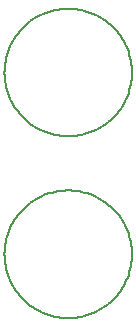
<source format=gbo>
G04*
G04 #@! TF.GenerationSoftware,Altium Limited,Altium Designer,24.1.2 (44)*
G04*
G04 Layer_Color=32896*
%FSLAX25Y25*%
%MOIN*%
G70*
G04*
G04 #@! TF.SameCoordinates,70FD0B9D-AE47-40E7-AF1A-83360670B04A*
G04*
G04*
G04 #@! TF.FilePolarity,Positive*
G04*
G01*
G75*
%ADD10C,0.00787*%
D10*
X53760Y381936D02*
X53737Y382933D01*
X53666Y383927D01*
X53550Y384917D01*
X53387Y385900D01*
X53178Y386875D01*
X52924Y387839D01*
X52625Y388790D01*
X52281Y389725D01*
X51895Y390644D01*
X51465Y391544D01*
X50994Y392422D01*
X50482Y393277D01*
X49931Y394108D01*
X49341Y394911D01*
X48715Y395687D01*
X48052Y396431D01*
X47356Y397145D01*
X46627Y397824D01*
X45866Y398469D01*
X45077Y399077D01*
X44260Y399648D01*
X43416Y400179D01*
X42549Y400671D01*
X41660Y401122D01*
X40751Y401530D01*
X39823Y401895D01*
X38880Y402216D01*
X37922Y402493D01*
X36953Y402725D01*
X35973Y402911D01*
X34986Y403050D01*
X33994Y403144D01*
X32998Y403190D01*
X32002D01*
X31006Y403144D01*
X30013Y403050D01*
X29027Y402911D01*
X28047Y402725D01*
X27078Y402493D01*
X26120Y402216D01*
X25177Y401895D01*
X24249Y401530D01*
X23340Y401122D01*
X22451Y400671D01*
X21584Y400179D01*
X20741Y399648D01*
X19923Y399077D01*
X19134Y398469D01*
X18373Y397824D01*
X17644Y397145D01*
X16948Y396431D01*
X16285Y395687D01*
X15659Y394911D01*
X15069Y394108D01*
X14518Y393277D01*
X14006Y392422D01*
X13535Y391544D01*
X13105Y390644D01*
X12718Y389725D01*
X12375Y388790D01*
X12076Y387839D01*
X11822Y386875D01*
X11613Y385900D01*
X11450Y384917D01*
X11334Y383927D01*
X11264Y382933D01*
X11240Y381936D01*
X11264Y380940D01*
X11334Y379945D01*
X11450Y378956D01*
X11613Y377972D01*
X11822Y376997D01*
X12076Y376034D01*
X12375Y375083D01*
X12719Y374147D01*
X13105Y373229D01*
X13535Y372329D01*
X14006Y371451D01*
X14518Y370595D01*
X15069Y369765D01*
X15659Y368961D01*
X16285Y368186D01*
X16948Y367441D01*
X17644Y366728D01*
X18373Y366049D01*
X19134Y365404D01*
X19923Y364795D01*
X20741Y364225D01*
X21584Y363693D01*
X22451Y363201D01*
X23340Y362751D01*
X24249Y362343D01*
X25177Y361978D01*
X26120Y361656D01*
X27078Y361380D01*
X28047Y361148D01*
X29027Y360962D01*
X30014Y360822D01*
X31006Y360729D01*
X32002Y360682D01*
X32998D01*
X33994Y360729D01*
X34986Y360822D01*
X35973Y360962D01*
X36953Y361148D01*
X37922Y361380D01*
X38880Y361656D01*
X39823Y361978D01*
X40751Y362343D01*
X41660Y362751D01*
X42549Y363201D01*
X43416Y363693D01*
X44259Y364225D01*
X45077Y364795D01*
X45866Y365404D01*
X46626Y366049D01*
X47356Y366728D01*
X48052Y367441D01*
X48715Y368186D01*
X49341Y368961D01*
X49931Y369765D01*
X50482Y370595D01*
X50994Y371450D01*
X51465Y372329D01*
X51895Y373228D01*
X52281Y374147D01*
X52625Y375083D01*
X52924Y376034D01*
X53178Y376997D01*
X53387Y377972D01*
X53550Y378956D01*
X53666Y379945D01*
X53737Y380940D01*
X53760Y381936D01*
Y442500D02*
X53737Y443497D01*
X53666Y444491D01*
X53550Y445481D01*
X53387Y446464D01*
X53178Y447439D01*
X52924Y448403D01*
X52625Y449353D01*
X52281Y450289D01*
X51895Y451208D01*
X51465Y452107D01*
X50994Y452986D01*
X50482Y453841D01*
X49931Y454671D01*
X49341Y455475D01*
X48715Y456250D01*
X48052Y456995D01*
X47356Y457708D01*
X46627Y458388D01*
X45866Y459032D01*
X45077Y459641D01*
X44260Y460211D01*
X43416Y460743D01*
X42549Y461235D01*
X41660Y461685D01*
X40751Y462093D01*
X39823Y462459D01*
X38880Y462780D01*
X37922Y463057D01*
X36953Y463288D01*
X35973Y463474D01*
X34986Y463614D01*
X33994Y463707D01*
X32998Y463754D01*
X32002D01*
X31006Y463707D01*
X30013Y463614D01*
X29027Y463474D01*
X28047Y463288D01*
X27078Y463057D01*
X26120Y462780D01*
X25177Y462459D01*
X24249Y462093D01*
X23340Y461685D01*
X22451Y461235D01*
X21584Y460743D01*
X20741Y460211D01*
X19923Y459641D01*
X19134Y459032D01*
X18373Y458388D01*
X17644Y457708D01*
X16948Y456995D01*
X16285Y456250D01*
X15659Y455475D01*
X15069Y454671D01*
X14518Y453841D01*
X14006Y452986D01*
X13535Y452107D01*
X13105Y451208D01*
X12718Y450289D01*
X12375Y449353D01*
X12076Y448403D01*
X11822Y447439D01*
X11613Y446464D01*
X11450Y445481D01*
X11334Y444491D01*
X11264Y443497D01*
X11240Y442500D01*
X11264Y441503D01*
X11334Y440509D01*
X11450Y439519D01*
X11613Y438536D01*
X11822Y437561D01*
X12076Y436597D01*
X12375Y435647D01*
X12719Y434711D01*
X13105Y433792D01*
X13535Y432893D01*
X14006Y432014D01*
X14518Y431159D01*
X15069Y430329D01*
X15659Y429525D01*
X16285Y428750D01*
X16948Y428005D01*
X17644Y427292D01*
X18373Y426612D01*
X19134Y425968D01*
X19923Y425359D01*
X20741Y424789D01*
X21584Y424257D01*
X22451Y423765D01*
X23340Y423315D01*
X24249Y422906D01*
X25177Y422541D01*
X26120Y422220D01*
X27078Y421943D01*
X28047Y421712D01*
X29027Y421526D01*
X30014Y421386D01*
X31006Y421293D01*
X32002Y421246D01*
X32998D01*
X33994Y421293D01*
X34986Y421386D01*
X35973Y421526D01*
X36953Y421712D01*
X37922Y421943D01*
X38880Y422220D01*
X39823Y422541D01*
X40751Y422906D01*
X41660Y423315D01*
X42549Y423765D01*
X43416Y424257D01*
X44259Y424789D01*
X45077Y425359D01*
X45866Y425968D01*
X46626Y426612D01*
X47356Y427292D01*
X48052Y428005D01*
X48715Y428750D01*
X49341Y429525D01*
X49931Y430329D01*
X50482Y431159D01*
X50994Y432014D01*
X51465Y432893D01*
X51895Y433792D01*
X52281Y434711D01*
X52625Y435646D01*
X52924Y436597D01*
X53178Y437561D01*
X53387Y438536D01*
X53550Y439519D01*
X53666Y440509D01*
X53737Y441503D01*
X53760Y442500D01*
M02*

</source>
